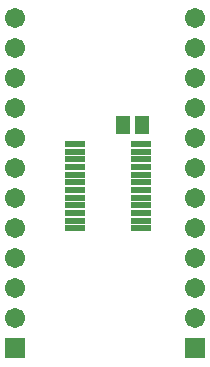
<source format=gts>
%FSAX24Y24*%
%MOIN*%
G70*
G01*
G75*
G04 Layer_Color=8388736*
%ADD10R,0.0610X0.0138*%
%ADD11R,0.0374X0.0532*%
%ADD12C,0.0100*%
%ADD13C,0.0591*%
%ADD14R,0.0591X0.0591*%
%ADD15C,0.0200*%
%ADD16C,0.0098*%
%ADD17C,0.0236*%
%ADD18C,0.0079*%
%ADD19C,0.0070*%
%ADD20C,0.0060*%
%ADD21R,0.0665X0.0193*%
%ADD22R,0.0454X0.0612*%
%ADD23C,0.0671*%
%ADD24R,0.0671X0.0671*%
D21*
X012707Y018309D02*
D03*
Y018053D02*
D03*
Y017797D02*
D03*
Y017541D02*
D03*
Y017285D02*
D03*
Y017030D02*
D03*
Y016774D02*
D03*
Y016518D02*
D03*
Y016262D02*
D03*
Y016006D02*
D03*
Y015750D02*
D03*
Y015494D02*
D03*
X014893Y018309D02*
D03*
Y018053D02*
D03*
Y017797D02*
D03*
Y017541D02*
D03*
Y017285D02*
D03*
Y017030D02*
D03*
Y016774D02*
D03*
Y016518D02*
D03*
Y016262D02*
D03*
Y016006D02*
D03*
Y015750D02*
D03*
Y015494D02*
D03*
D22*
X014285Y018950D02*
D03*
X014915D02*
D03*
D23*
X010700Y022500D02*
D03*
Y021500D02*
D03*
Y020500D02*
D03*
Y019500D02*
D03*
Y018500D02*
D03*
Y017500D02*
D03*
Y016500D02*
D03*
Y015500D02*
D03*
Y014500D02*
D03*
Y013500D02*
D03*
Y012500D02*
D03*
X016700Y022500D02*
D03*
Y021500D02*
D03*
Y020500D02*
D03*
Y019500D02*
D03*
Y018500D02*
D03*
Y017500D02*
D03*
Y016500D02*
D03*
Y015500D02*
D03*
Y014500D02*
D03*
Y013500D02*
D03*
Y012500D02*
D03*
D24*
X010700Y011500D02*
D03*
X016700D02*
D03*
M02*

</source>
